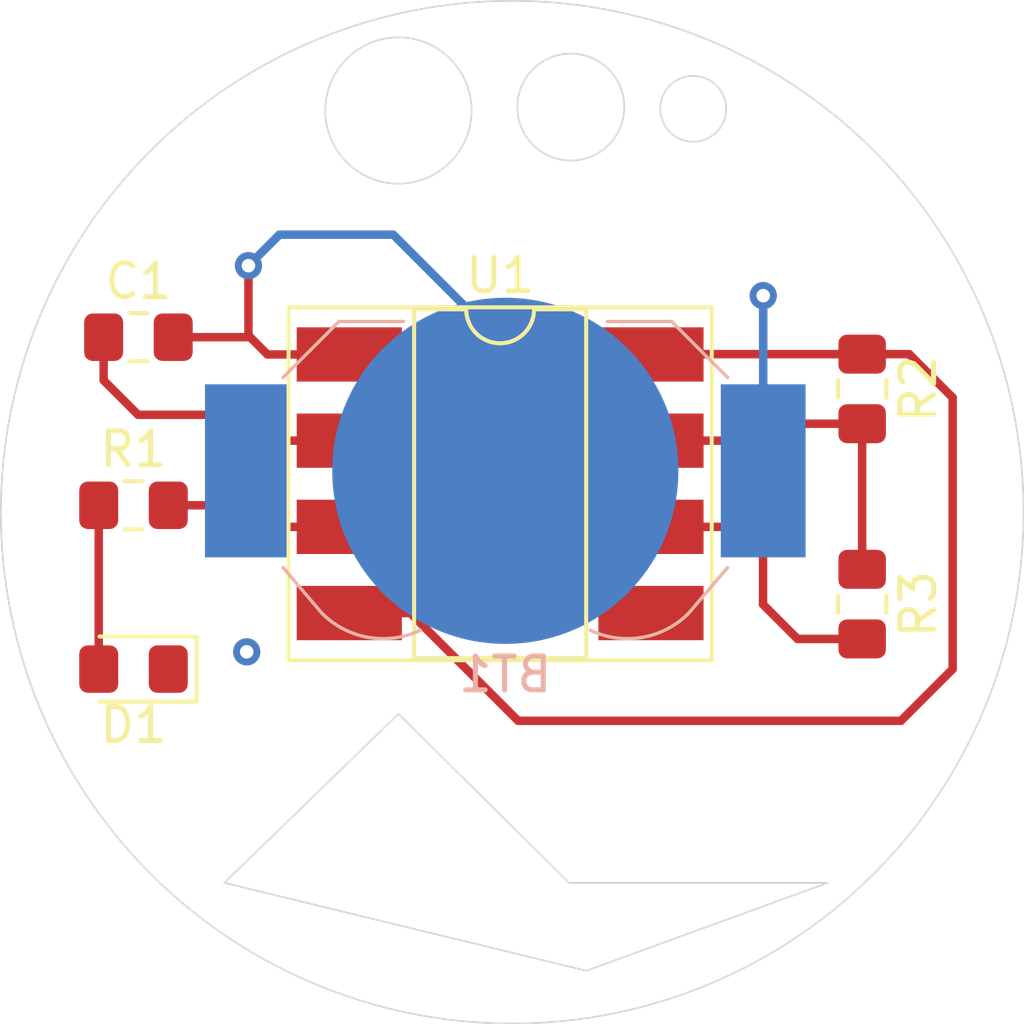
<source format=kicad_pcb>
(kicad_pcb (version 20171130) (host pcbnew "(5.1.2)-2")

  (general
    (thickness 1.6)
    (drawings 9)
    (tracks 49)
    (zones 0)
    (modules 7)
    (nets 8)
  )

  (page A4)
  (layers
    (0 F.Cu signal)
    (31 B.Cu signal)
    (32 B.Adhes user)
    (33 F.Adhes user)
    (34 B.Paste user)
    (35 F.Paste user)
    (36 B.SilkS user)
    (37 F.SilkS user)
    (38 B.Mask user)
    (39 F.Mask user)
    (40 Dwgs.User user)
    (41 Cmts.User user)
    (42 Eco1.User user)
    (43 Eco2.User user)
    (44 Edge.Cuts user)
    (45 Margin user)
    (46 B.CrtYd user)
    (47 F.CrtYd user)
    (48 B.Fab user)
    (49 F.Fab user)
  )

  (setup
    (last_trace_width 0.25)
    (trace_clearance 0.2)
    (zone_clearance 0.508)
    (zone_45_only no)
    (trace_min 0.2)
    (via_size 0.8)
    (via_drill 0.4)
    (via_min_size 0.4)
    (via_min_drill 0.3)
    (uvia_size 0.3)
    (uvia_drill 0.1)
    (uvias_allowed no)
    (uvia_min_size 0.2)
    (uvia_min_drill 0.1)
    (edge_width 0.05)
    (segment_width 0.2)
    (pcb_text_width 0.3)
    (pcb_text_size 1.5 1.5)
    (mod_edge_width 0.12)
    (mod_text_size 1 1)
    (mod_text_width 0.15)
    (pad_size 1.524 1.524)
    (pad_drill 0.762)
    (pad_to_mask_clearance 0.051)
    (solder_mask_min_width 0.25)
    (aux_axis_origin 0 0)
    (visible_elements FFFFFF7F)
    (pcbplotparams
      (layerselection 0x010fc_ffffffff)
      (usegerberextensions false)
      (usegerberattributes false)
      (usegerberadvancedattributes false)
      (creategerberjobfile false)
      (excludeedgelayer true)
      (linewidth 0.100000)
      (plotframeref false)
      (viasonmask false)
      (mode 1)
      (useauxorigin false)
      (hpglpennumber 1)
      (hpglpenspeed 20)
      (hpglpendiameter 15.000000)
      (psnegative false)
      (psa4output false)
      (plotreference true)
      (plotvalue true)
      (plotinvisibletext false)
      (padsonsilk false)
      (subtractmaskfromsilk false)
      (outputformat 1)
      (mirror false)
      (drillshape 1)
      (scaleselection 1)
      (outputdirectory ""))
  )

  (net 0 "")
  (net 1 GND)
  (net 2 "Net-(BT1-Pad1)")
  (net 3 "Net-(C1-Pad1)")
  (net 4 "Net-(D1-Pad2)")
  (net 5 "Net-(R1-Pad2)")
  (net 6 "Net-(R2-Pad2)")
  (net 7 "Net-(U1-Pad5)")

  (net_class Default "This is the default net class."
    (clearance 0.2)
    (trace_width 0.25)
    (via_dia 0.8)
    (via_drill 0.4)
    (uvia_dia 0.3)
    (uvia_drill 0.1)
    (add_net GND)
    (add_net "Net-(BT1-Pad1)")
    (add_net "Net-(C1-Pad1)")
    (add_net "Net-(D1-Pad2)")
    (add_net "Net-(R1-Pad2)")
    (add_net "Net-(R2-Pad2)")
    (add_net "Net-(U1-Pad5)")
  )

  (module Package_DIP:DIP-8_W8.89mm_SMDSocket_LongPads (layer F.Cu) (tedit 5A02E8C5) (tstamp 5D8CAEEF)
    (at 165.608 44.069)
    (descr "8-lead though-hole mounted DIP package, row spacing 8.89 mm (350 mils), SMDSocket, LongPads")
    (tags "THT DIP DIL PDIP 2.54mm 8.89mm 350mil SMDSocket LongPads")
    (path /5D8D6170)
    (attr smd)
    (fp_text reference U1 (at 0 -6.14) (layer F.SilkS)
      (effects (font (size 1 1) (thickness 0.15)))
    )
    (fp_text value LM555 (at 0 6.14) (layer F.Fab)
      (effects (font (size 1 1) (thickness 0.15)))
    )
    (fp_text user %R (at 0 0) (layer F.Fab)
      (effects (font (size 1 1) (thickness 0.15)))
    )
    (fp_line (start 6.25 -5.4) (end -6.25 -5.4) (layer F.CrtYd) (width 0.05))
    (fp_line (start 6.25 5.4) (end 6.25 -5.4) (layer F.CrtYd) (width 0.05))
    (fp_line (start -6.25 5.4) (end 6.25 5.4) (layer F.CrtYd) (width 0.05))
    (fp_line (start -6.25 -5.4) (end -6.25 5.4) (layer F.CrtYd) (width 0.05))
    (fp_line (start 6.235 -5.2) (end -6.235 -5.2) (layer F.SilkS) (width 0.12))
    (fp_line (start 6.235 5.2) (end 6.235 -5.2) (layer F.SilkS) (width 0.12))
    (fp_line (start -6.235 5.2) (end 6.235 5.2) (layer F.SilkS) (width 0.12))
    (fp_line (start -6.235 -5.2) (end -6.235 5.2) (layer F.SilkS) (width 0.12))
    (fp_line (start 2.535 -5.14) (end 1 -5.14) (layer F.SilkS) (width 0.12))
    (fp_line (start 2.535 5.14) (end 2.535 -5.14) (layer F.SilkS) (width 0.12))
    (fp_line (start -2.535 5.14) (end 2.535 5.14) (layer F.SilkS) (width 0.12))
    (fp_line (start -2.535 -5.14) (end -2.535 5.14) (layer F.SilkS) (width 0.12))
    (fp_line (start -1 -5.14) (end -2.535 -5.14) (layer F.SilkS) (width 0.12))
    (fp_line (start 5.08 -5.14) (end -5.08 -5.14) (layer F.Fab) (width 0.1))
    (fp_line (start 5.08 5.14) (end 5.08 -5.14) (layer F.Fab) (width 0.1))
    (fp_line (start -5.08 5.14) (end 5.08 5.14) (layer F.Fab) (width 0.1))
    (fp_line (start -5.08 -5.14) (end -5.08 5.14) (layer F.Fab) (width 0.1))
    (fp_line (start -3.175 -4.08) (end -2.175 -5.08) (layer F.Fab) (width 0.1))
    (fp_line (start -3.175 5.08) (end -3.175 -4.08) (layer F.Fab) (width 0.1))
    (fp_line (start 3.175 5.08) (end -3.175 5.08) (layer F.Fab) (width 0.1))
    (fp_line (start 3.175 -5.08) (end 3.175 5.08) (layer F.Fab) (width 0.1))
    (fp_line (start -2.175 -5.08) (end 3.175 -5.08) (layer F.Fab) (width 0.1))
    (fp_arc (start 0 -5.14) (end -1 -5.14) (angle -180) (layer F.SilkS) (width 0.12))
    (pad 8 smd rect (at 4.445 -3.81) (size 3.1 1.6) (layers F.Cu F.Paste F.Mask)
      (net 2 "Net-(BT1-Pad1)"))
    (pad 4 smd rect (at -4.445 3.81) (size 3.1 1.6) (layers F.Cu F.Paste F.Mask)
      (net 2 "Net-(BT1-Pad1)"))
    (pad 7 smd rect (at 4.445 -1.27) (size 3.1 1.6) (layers F.Cu F.Paste F.Mask)
      (net 6 "Net-(R2-Pad2)"))
    (pad 3 smd rect (at -4.445 1.27) (size 3.1 1.6) (layers F.Cu F.Paste F.Mask)
      (net 5 "Net-(R1-Pad2)"))
    (pad 6 smd rect (at 4.445 1.27) (size 3.1 1.6) (layers F.Cu F.Paste F.Mask)
      (net 3 "Net-(C1-Pad1)"))
    (pad 2 smd rect (at -4.445 -1.27) (size 3.1 1.6) (layers F.Cu F.Paste F.Mask)
      (net 3 "Net-(C1-Pad1)"))
    (pad 5 smd rect (at 4.445 3.81) (size 3.1 1.6) (layers F.Cu F.Paste F.Mask)
      (net 7 "Net-(U1-Pad5)"))
    (pad 1 smd rect (at -4.445 -3.81) (size 3.1 1.6) (layers F.Cu F.Paste F.Mask)
      (net 1 GND))
    (model ${KISYS3DMOD}/Package_DIP.3dshapes/DIP-8_W8.89mm_SMDSocket.wrl
      (at (xyz 0 0 0))
      (scale (xyz 1 1 1))
      (rotate (xyz 0 0 0))
    )
  )

  (module Resistor_SMD:R_0805_2012Metric_Pad1.15x1.40mm_HandSolder (layer F.Cu) (tedit 5B36C52B) (tstamp 5D8CAECB)
    (at 176.276 47.616 270)
    (descr "Resistor SMD 0805 (2012 Metric), square (rectangular) end terminal, IPC_7351 nominal with elongated pad for handsoldering. (Body size source: https://docs.google.com/spreadsheets/d/1BsfQQcO9C6DZCsRaXUlFlo91Tg2WpOkGARC1WS5S8t0/edit?usp=sharing), generated with kicad-footprint-generator")
    (tags "resistor handsolder")
    (path /5D8D6333)
    (attr smd)
    (fp_text reference R3 (at 0 -1.65 90) (layer F.SilkS)
      (effects (font (size 1 1) (thickness 0.15)))
    )
    (fp_text value R (at 0 1.65 90) (layer F.Fab)
      (effects (font (size 1 1) (thickness 0.15)))
    )
    (fp_text user %R (at 0 0 90) (layer F.Fab)
      (effects (font (size 0.5 0.5) (thickness 0.08)))
    )
    (fp_line (start 1.85 0.95) (end -1.85 0.95) (layer F.CrtYd) (width 0.05))
    (fp_line (start 1.85 -0.95) (end 1.85 0.95) (layer F.CrtYd) (width 0.05))
    (fp_line (start -1.85 -0.95) (end 1.85 -0.95) (layer F.CrtYd) (width 0.05))
    (fp_line (start -1.85 0.95) (end -1.85 -0.95) (layer F.CrtYd) (width 0.05))
    (fp_line (start -0.261252 0.71) (end 0.261252 0.71) (layer F.SilkS) (width 0.12))
    (fp_line (start -0.261252 -0.71) (end 0.261252 -0.71) (layer F.SilkS) (width 0.12))
    (fp_line (start 1 0.6) (end -1 0.6) (layer F.Fab) (width 0.1))
    (fp_line (start 1 -0.6) (end 1 0.6) (layer F.Fab) (width 0.1))
    (fp_line (start -1 -0.6) (end 1 -0.6) (layer F.Fab) (width 0.1))
    (fp_line (start -1 0.6) (end -1 -0.6) (layer F.Fab) (width 0.1))
    (pad 2 smd roundrect (at 1.025 0 270) (size 1.15 1.4) (layers F.Cu F.Paste F.Mask) (roundrect_rratio 0.217391)
      (net 3 "Net-(C1-Pad1)"))
    (pad 1 smd roundrect (at -1.025 0 270) (size 1.15 1.4) (layers F.Cu F.Paste F.Mask) (roundrect_rratio 0.217391)
      (net 6 "Net-(R2-Pad2)"))
    (model ${KISYS3DMOD}/Resistor_SMD.3dshapes/R_0805_2012Metric.wrl
      (at (xyz 0 0 0))
      (scale (xyz 1 1 1))
      (rotate (xyz 0 0 0))
    )
  )

  (module Resistor_SMD:R_0805_2012Metric_Pad1.15x1.40mm_HandSolder (layer F.Cu) (tedit 5B36C52B) (tstamp 5D8CAEBA)
    (at 176.276 41.275 270)
    (descr "Resistor SMD 0805 (2012 Metric), square (rectangular) end terminal, IPC_7351 nominal with elongated pad for handsoldering. (Body size source: https://docs.google.com/spreadsheets/d/1BsfQQcO9C6DZCsRaXUlFlo91Tg2WpOkGARC1WS5S8t0/edit?usp=sharing), generated with kicad-footprint-generator")
    (tags "resistor handsolder")
    (path /5D8D65EB)
    (attr smd)
    (fp_text reference R2 (at 0 -1.65 90) (layer F.SilkS)
      (effects (font (size 1 1) (thickness 0.15)))
    )
    (fp_text value R (at 0 1.65 90) (layer F.Fab)
      (effects (font (size 1 1) (thickness 0.15)))
    )
    (fp_text user %R (at 0 0 90) (layer F.Fab)
      (effects (font (size 0.5 0.5) (thickness 0.08)))
    )
    (fp_line (start 1.85 0.95) (end -1.85 0.95) (layer F.CrtYd) (width 0.05))
    (fp_line (start 1.85 -0.95) (end 1.85 0.95) (layer F.CrtYd) (width 0.05))
    (fp_line (start -1.85 -0.95) (end 1.85 -0.95) (layer F.CrtYd) (width 0.05))
    (fp_line (start -1.85 0.95) (end -1.85 -0.95) (layer F.CrtYd) (width 0.05))
    (fp_line (start -0.261252 0.71) (end 0.261252 0.71) (layer F.SilkS) (width 0.12))
    (fp_line (start -0.261252 -0.71) (end 0.261252 -0.71) (layer F.SilkS) (width 0.12))
    (fp_line (start 1 0.6) (end -1 0.6) (layer F.Fab) (width 0.1))
    (fp_line (start 1 -0.6) (end 1 0.6) (layer F.Fab) (width 0.1))
    (fp_line (start -1 -0.6) (end 1 -0.6) (layer F.Fab) (width 0.1))
    (fp_line (start -1 0.6) (end -1 -0.6) (layer F.Fab) (width 0.1))
    (pad 2 smd roundrect (at 1.025 0 270) (size 1.15 1.4) (layers F.Cu F.Paste F.Mask) (roundrect_rratio 0.217391)
      (net 6 "Net-(R2-Pad2)"))
    (pad 1 smd roundrect (at -1.025 0 270) (size 1.15 1.4) (layers F.Cu F.Paste F.Mask) (roundrect_rratio 0.217391)
      (net 2 "Net-(BT1-Pad1)"))
    (model ${KISYS3DMOD}/Resistor_SMD.3dshapes/R_0805_2012Metric.wrl
      (at (xyz 0 0 0))
      (scale (xyz 1 1 1))
      (rotate (xyz 0 0 0))
    )
  )

  (module Resistor_SMD:R_0805_2012Metric_Pad1.15x1.40mm_HandSolder (layer F.Cu) (tedit 5B36C52B) (tstamp 5D8CAEA9)
    (at 154.804 44.704)
    (descr "Resistor SMD 0805 (2012 Metric), square (rectangular) end terminal, IPC_7351 nominal with elongated pad for handsoldering. (Body size source: https://docs.google.com/spreadsheets/d/1BsfQQcO9C6DZCsRaXUlFlo91Tg2WpOkGARC1WS5S8t0/edit?usp=sharing), generated with kicad-footprint-generator")
    (tags "resistor handsolder")
    (path /5D8D671F)
    (attr smd)
    (fp_text reference R1 (at 0 -1.65) (layer F.SilkS)
      (effects (font (size 1 1) (thickness 0.15)))
    )
    (fp_text value R (at 0 1.65) (layer F.Fab)
      (effects (font (size 1 1) (thickness 0.15)))
    )
    (fp_text user %R (at -1.5404 -1.3208) (layer F.Fab)
      (effects (font (size 0.5 0.5) (thickness 0.08)))
    )
    (fp_line (start 1.85 0.95) (end -1.85 0.95) (layer F.CrtYd) (width 0.05))
    (fp_line (start 1.85 -0.95) (end 1.85 0.95) (layer F.CrtYd) (width 0.05))
    (fp_line (start -1.85 -0.95) (end 1.85 -0.95) (layer F.CrtYd) (width 0.05))
    (fp_line (start -1.85 0.95) (end -1.85 -0.95) (layer F.CrtYd) (width 0.05))
    (fp_line (start -0.261252 0.71) (end 0.261252 0.71) (layer F.SilkS) (width 0.12))
    (fp_line (start -0.261252 -0.71) (end 0.261252 -0.71) (layer F.SilkS) (width 0.12))
    (fp_line (start 1 0.6) (end -1 0.6) (layer F.Fab) (width 0.1))
    (fp_line (start 1 -0.6) (end 1 0.6) (layer F.Fab) (width 0.1))
    (fp_line (start -1 -0.6) (end 1 -0.6) (layer F.Fab) (width 0.1))
    (fp_line (start -1 0.6) (end -1 -0.6) (layer F.Fab) (width 0.1))
    (pad 2 smd roundrect (at 1.025 0) (size 1.15 1.4) (layers F.Cu F.Paste F.Mask) (roundrect_rratio 0.217391)
      (net 5 "Net-(R1-Pad2)"))
    (pad 1 smd roundrect (at -1.025 0) (size 1.15 1.4) (layers F.Cu F.Paste F.Mask) (roundrect_rratio 0.217391)
      (net 4 "Net-(D1-Pad2)"))
    (model ${KISYS3DMOD}/Resistor_SMD.3dshapes/R_0805_2012Metric.wrl
      (at (xyz 0 0 0))
      (scale (xyz 1 1 1))
      (rotate (xyz 0 0 0))
    )
  )

  (module LED_SMD:LED_0805_2012Metric_Pad1.15x1.40mm_HandSolder (layer F.Cu) (tedit 5B4B45C9) (tstamp 5D8CB8E1)
    (at 154.804 49.53 180)
    (descr "LED SMD 0805 (2012 Metric), square (rectangular) end terminal, IPC_7351 nominal, (Body size source: https://docs.google.com/spreadsheets/d/1BsfQQcO9C6DZCsRaXUlFlo91Tg2WpOkGARC1WS5S8t0/edit?usp=sharing), generated with kicad-footprint-generator")
    (tags "LED handsolder")
    (path /5D8D71FD)
    (attr smd)
    (fp_text reference D1 (at 0 -1.65) (layer F.SilkS)
      (effects (font (size 1 1) (thickness 0.15)))
    )
    (fp_text value LED (at 0 1.65) (layer F.Fab)
      (effects (font (size 1 1) (thickness 0.15)))
    )
    (fp_text user %R (at 0 0) (layer F.Fab)
      (effects (font (size 0.5 0.5) (thickness 0.08)))
    )
    (fp_line (start 1.85 0.95) (end -1.85 0.95) (layer F.CrtYd) (width 0.05))
    (fp_line (start 1.85 -0.95) (end 1.85 0.95) (layer F.CrtYd) (width 0.05))
    (fp_line (start -1.85 -0.95) (end 1.85 -0.95) (layer F.CrtYd) (width 0.05))
    (fp_line (start -1.85 0.95) (end -1.85 -0.95) (layer F.CrtYd) (width 0.05))
    (fp_line (start -1.86 0.96) (end 1 0.96) (layer F.SilkS) (width 0.12))
    (fp_line (start -1.86 -0.96) (end -1.86 0.96) (layer F.SilkS) (width 0.12))
    (fp_line (start 1 -0.96) (end -1.86 -0.96) (layer F.SilkS) (width 0.12))
    (fp_line (start 1 0.6) (end 1 -0.6) (layer F.Fab) (width 0.1))
    (fp_line (start -1 0.6) (end 1 0.6) (layer F.Fab) (width 0.1))
    (fp_line (start -1 -0.3) (end -1 0.6) (layer F.Fab) (width 0.1))
    (fp_line (start -0.7 -0.6) (end -1 -0.3) (layer F.Fab) (width 0.1))
    (fp_line (start 1 -0.6) (end -0.7 -0.6) (layer F.Fab) (width 0.1))
    (pad 2 smd roundrect (at 1.025 0 180) (size 1.15 1.4) (layers F.Cu F.Paste F.Mask) (roundrect_rratio 0.217391)
      (net 4 "Net-(D1-Pad2)"))
    (pad 1 smd roundrect (at -1.025 0 180) (size 1.15 1.4) (layers F.Cu F.Paste F.Mask) (roundrect_rratio 0.217391)
      (net 1 GND))
    (model ${KISYS3DMOD}/LED_SMD.3dshapes/LED_0805_2012Metric.wrl
      (at (xyz 0 0 0))
      (scale (xyz 1 1 1))
      (rotate (xyz 0 0 0))
    )
  )

  (module Capacitor_SMD:C_0805_2012Metric_Pad1.15x1.40mm_HandSolder (layer F.Cu) (tedit 5B36C52B) (tstamp 5D8CAE85)
    (at 154.949 39.751)
    (descr "Capacitor SMD 0805 (2012 Metric), square (rectangular) end terminal, IPC_7351 nominal with elongated pad for handsoldering. (Body size source: https://docs.google.com/spreadsheets/d/1BsfQQcO9C6DZCsRaXUlFlo91Tg2WpOkGARC1WS5S8t0/edit?usp=sharing), generated with kicad-footprint-generator")
    (tags "capacitor handsolder")
    (path /5D8D6AB0)
    (attr smd)
    (fp_text reference C1 (at 0 -1.65) (layer F.SilkS)
      (effects (font (size 1 1) (thickness 0.15)))
    )
    (fp_text value C (at 0 1.65) (layer F.Fab)
      (effects (font (size 1 1) (thickness 0.15)))
    )
    (fp_text user %R (at 0 0) (layer F.Fab)
      (effects (font (size 0.5 0.5) (thickness 0.08)))
    )
    (fp_line (start 1.85 0.95) (end -1.85 0.95) (layer F.CrtYd) (width 0.05))
    (fp_line (start 1.85 -0.95) (end 1.85 0.95) (layer F.CrtYd) (width 0.05))
    (fp_line (start -1.85 -0.95) (end 1.85 -0.95) (layer F.CrtYd) (width 0.05))
    (fp_line (start -1.85 0.95) (end -1.85 -0.95) (layer F.CrtYd) (width 0.05))
    (fp_line (start -0.261252 0.71) (end 0.261252 0.71) (layer F.SilkS) (width 0.12))
    (fp_line (start -0.261252 -0.71) (end 0.261252 -0.71) (layer F.SilkS) (width 0.12))
    (fp_line (start 1 0.6) (end -1 0.6) (layer F.Fab) (width 0.1))
    (fp_line (start 1 -0.6) (end 1 0.6) (layer F.Fab) (width 0.1))
    (fp_line (start -1 -0.6) (end 1 -0.6) (layer F.Fab) (width 0.1))
    (fp_line (start -1 0.6) (end -1 -0.6) (layer F.Fab) (width 0.1))
    (pad 2 smd roundrect (at 1.025 0) (size 1.15 1.4) (layers F.Cu F.Paste F.Mask) (roundrect_rratio 0.217391)
      (net 1 GND))
    (pad 1 smd roundrect (at -1.025 0) (size 1.15 1.4) (layers F.Cu F.Paste F.Mask) (roundrect_rratio 0.217391)
      (net 3 "Net-(C1-Pad1)"))
    (model ${KISYS3DMOD}/Capacitor_SMD.3dshapes/C_0805_2012Metric.wrl
      (at (xyz 0 0 0))
      (scale (xyz 1 1 1))
      (rotate (xyz 0 0 0))
    )
  )

  (module Battery:BatteryHolder_LINX_BAT-HLD-012-SMT (layer B.Cu) (tedit 5B256044) (tstamp 5D8CB635)
    (at 165.7604 43.688 180)
    (descr "SMT battery holder for CR1216/1220/1225, https://linxtechnologies.com/wp/wp-content/uploads/bat-hld-012-smt.pdf")
    (tags "battery holder coin cell cr1216 cr1220 cr1225")
    (path /5D8D7CF9)
    (attr smd)
    (fp_text reference BT1 (at 0 -6) (layer B.SilkS)
      (effects (font (size 1 1) (thickness 0.15)) (justify mirror))
    )
    (fp_text value Battery_Cell (at 0 7) (layer B.Fab)
      (effects (font (size 1 1) (thickness 0.15)) (justify mirror))
    )
    (fp_arc (start -3.6 -2.4) (end -5.4 -4.2) (angle 70.5) (layer B.SilkS) (width 0.1))
    (fp_arc (start -3.6 -2.4) (end -1.8 -4.2) (angle -90) (layer B.Fab) (width 0.1))
    (fp_arc (start 3.6 -2.4) (end 5.4 -4.2) (angle -90) (layer B.Fab) (width 0.1))
    (fp_text user %R (at 0 0) (layer B.Fab)
      (effects (font (size 1 1) (thickness 0.15)) (justify mirror))
    )
    (fp_line (start -7.65 2.55) (end -7.65 0.55) (layer B.Fab) (width 0.1))
    (fp_line (start -7.65 2.55) (end -6.75 2.55) (layer B.Fab) (width 0.1))
    (fp_line (start -7.65 0.55) (end -6.75 0.55) (layer B.Fab) (width 0.1))
    (fp_line (start -6.75 -0.55) (end -7.65 -0.55) (layer B.Fab) (width 0.1))
    (fp_line (start -7.65 -0.55) (end -7.65 -2.55) (layer B.Fab) (width 0.1))
    (fp_line (start -7.65 -2.55) (end -6.75 -2.55) (layer B.Fab) (width 0.1))
    (fp_line (start 6.75 -2.55) (end 7.65 -2.55) (layer B.Fab) (width 0.1))
    (fp_line (start 7.65 -2.55) (end 7.65 -0.55) (layer B.Fab) (width 0.1))
    (fp_line (start 7.65 -0.55) (end 6.75 -0.55) (layer B.Fab) (width 0.1))
    (fp_line (start 6.75 0.55) (end 7.65 0.55) (layer B.Fab) (width 0.1))
    (fp_line (start 7.65 0.55) (end 7.65 2.55) (layer B.Fab) (width 0.1))
    (fp_line (start 7.65 2.55) (end 6.75 2.55) (layer B.Fab) (width 0.1))
    (fp_line (start -6.75 -2.85) (end -6.75 2.75) (layer B.Fab) (width 0.1))
    (fp_line (start 6.75 -2.85) (end 6.75 2.75) (layer B.Fab) (width 0.1))
    (fp_line (start 4.9 4.4) (end -4.9 4.4) (layer B.Fab) (width 0.1))
    (fp_line (start -6.7 2.9) (end -5.05 4.55) (layer B.Fab) (width 0.1))
    (fp_line (start 6.7 2.9) (end 5.05 4.55) (layer B.Fab) (width 0.1))
    (fp_line (start 6.55 -2.85) (end 6.55 2.75) (layer B.Fab) (width 0.1))
    (fp_line (start 6.55 2.75) (end 4.9 4.4) (layer B.Fab) (width 0.1))
    (fp_line (start -6.55 -2.85) (end -6.55 2.75) (layer B.Fab) (width 0.1))
    (fp_line (start -6.55 2.75) (end -4.9 4.4) (layer B.Fab) (width 0.1))
    (fp_line (start -6.55 -2.85) (end -5.4 -4.2) (layer B.Fab) (width 0.1))
    (fp_line (start 6.55 -2.85) (end 5.4 -4.2) (layer B.Fab) (width 0.1))
    (fp_arc (start 3.6 -2.4) (end 5.4 -4.2) (angle -70.55996517) (layer B.SilkS) (width 0.1))
    (fp_arc (start 0 -6) (end -1.8 -4.2) (angle -90) (layer B.Fab) (width 0.1))
    (fp_circle (center 0 0) (end -6.25 0) (layer B.Fab) (width 0.1))
    (fp_line (start -9.35 -3.05) (end -9.35 3.05) (layer B.CrtYd) (width 0.05))
    (fp_line (start -9.35 3.05) (end -7.25 3.05) (layer B.CrtYd) (width 0.05))
    (fp_line (start -9.35 -3.05) (end -7.25 -3.05) (layer B.CrtYd) (width 0.05))
    (fp_line (start -7.25 3.05) (end -3.55 6.75) (layer B.CrtYd) (width 0.05))
    (fp_line (start -3.55 6.75) (end 3.55 6.75) (layer B.CrtYd) (width 0.05))
    (fp_line (start 3.55 6.75) (end 7.25 3.05) (layer B.CrtYd) (width 0.05))
    (fp_line (start 7.25 3.05) (end 9.35 3.05) (layer B.CrtYd) (width 0.05))
    (fp_line (start 9.35 3.05) (end 9.35 -3.05) (layer B.CrtYd) (width 0.05))
    (fp_line (start 9.35 -3.05) (end 7.25 -3.05) (layer B.CrtYd) (width 0.05))
    (fp_line (start -3.55 -6.75) (end 3.55 -6.75) (layer B.CrtYd) (width 0.05))
    (fp_line (start 3.55 -6.75) (end 7.25 -3.05) (layer B.CrtYd) (width 0.05))
    (fp_line (start -3.55 -6.75) (end -7.25 -3.05) (layer B.CrtYd) (width 0.05))
    (fp_line (start -6.75 -2.85) (end -6.55 -2.85) (layer B.Fab) (width 0.1))
    (fp_line (start 6.75 -2.85) (end 6.55 -2.85) (layer B.Fab) (width 0.1))
    (fp_line (start -6.75 2.75) (end -6.55 2.75) (layer B.Fab) (width 0.1))
    (fp_line (start -6.55 2.75) (end -6.7 2.9) (layer B.Fab) (width 0.1))
    (fp_line (start -5.05 4.55) (end -4.9 4.4) (layer B.Fab) (width 0.1))
    (fp_line (start 5.05 4.55) (end 4.9 4.4) (layer B.Fab) (width 0.1))
    (fp_line (start 6.55 2.75) (end 6.7 2.9) (layer B.Fab) (width 0.1))
    (fp_line (start 6.55 2.75) (end 6.75 2.75) (layer B.Fab) (width 0.1))
    (fp_line (start -6.55 2.75) (end -4.9 4.4) (layer B.SilkS) (width 0.1))
    (fp_line (start 4.9 4.4) (end 6.55 2.75) (layer B.SilkS) (width 0.1))
    (fp_line (start 4.9 4.4) (end 3 4.4) (layer B.SilkS) (width 0.1))
    (fp_line (start -4.9 4.4) (end -3 4.4) (layer B.SilkS) (width 0.1))
    (fp_line (start -6.55 -2.85) (end -5.4 -4.2) (layer B.SilkS) (width 0.1))
    (fp_line (start 6.55 -2.85) (end 5.4 -4.2) (layer B.SilkS) (width 0.1))
    (pad 2 smd circle (at 0 0 180) (size 10.2 10.2) (layers B.Cu B.Paste B.Mask)
      (net 1 GND))
    (pad 1 smd rect (at 7.6 0 180) (size 2.5 5.1) (layers B.Cu B.Paste B.Mask)
      (net 2 "Net-(BT1-Pad1)"))
    (pad 1 smd rect (at -7.6 0 180) (size 2.5 5.1) (layers B.Cu B.Paste B.Mask)
      (net 2 "Net-(BT1-Pad1)"))
    (model ${KISYS3DMOD}/Battery.3dshapes/BatteryHolder_LINX_BAT-HLD-012-SMT.wrl
      (at (xyz 0 0 0))
      (scale (xyz 1 1 1))
      (rotate (xyz 0 0 0))
    )
  )

  (gr_circle (center 171.2976 33.02) (end 172.2628 32.9184) (layer Edge.Cuts) (width 0.05))
  (gr_circle (center 167.6908 32.9692) (end 169.2656 33.02) (layer Edge.Cuts) (width 0.05))
  (gr_circle (center 162.6108 33.0708) (end 164.7444 32.766) (layer Edge.Cuts) (width 0.05))
  (gr_line (start 168.148 58.42) (end 157.48 55.8292) (layer Edge.Cuts) (width 0.05) (tstamp 5D8CC198))
  (gr_line (start 175.26 55.8292) (end 168.148 58.42) (layer Edge.Cuts) (width 0.05))
  (gr_line (start 167.64 55.8292) (end 175.26 55.8292) (layer Edge.Cuts) (width 0.05))
  (gr_line (start 162.6108 50.8508) (end 167.64 55.8292) (layer Edge.Cuts) (width 0.05))
  (gr_line (start 157.48 55.8292) (end 162.6108 50.8508) (layer Edge.Cuts) (width 0.05))
  (gr_circle (center 165.9636 44.9072) (end 152.2984 38.5572) (layer Edge.Cuts) (width 0.05))

  (via (at 158.1404 49.022) (size 0.8) (drill 0.4) (layers F.Cu B.Cu) (net 0))
  (segment (start 161.163 40.259) (end 158.75 40.259) (width 0.25) (layer F.Cu) (net 1))
  (segment (start 158.242 39.751) (end 155.974 39.751) (width 0.25) (layer F.Cu) (net 1))
  (segment (start 158.75 40.259) (end 158.242 39.751) (width 0.25) (layer F.Cu) (net 1))
  (segment (start 165.7604 43.688) (end 165.7604 40.0304) (width 0.25) (layer B.Cu) (net 1))
  (segment (start 165.7604 40.0304) (end 162.4584 36.7284) (width 0.25) (layer B.Cu) (net 1))
  (segment (start 162.4584 36.7284) (end 159.1056 36.7284) (width 0.25) (layer B.Cu) (net 1))
  (segment (start 159.1056 36.7284) (end 158.1912 37.6428) (width 0.25) (layer B.Cu) (net 1))
  (segment (start 158.1912 37.6428) (end 158.1912 37.6428) (width 0.25) (layer B.Cu) (net 1) (tstamp 5D8CC0A4))
  (via (at 158.1912 37.6428) (size 0.8) (drill 0.4) (layers F.Cu B.Cu) (net 1))
  (segment (start 158.1912 39.7002) (end 158.1912 37.6428) (width 0.25) (layer F.Cu) (net 1))
  (segment (start 158.242 39.751) (end 158.1912 39.7002) (width 0.25) (layer F.Cu) (net 1))
  (segment (start 170.062 40.25) (end 170.053 40.259) (width 0.25) (layer F.Cu) (net 2))
  (segment (start 177.664 40.25) (end 176.276 40.25) (width 0.25) (layer F.Cu) (net 2))
  (segment (start 162.963 47.879) (end 166.138 51.054) (width 0.25) (layer F.Cu) (net 2))
  (segment (start 166.138 51.054) (end 177.419 51.054) (width 0.25) (layer F.Cu) (net 2))
  (segment (start 161.163 47.879) (end 162.963 47.879) (width 0.25) (layer F.Cu) (net 2))
  (segment (start 177.419 51.054) (end 178.943 49.53) (width 0.25) (layer F.Cu) (net 2))
  (segment (start 178.943 49.53) (end 178.943 41.529) (width 0.25) (layer F.Cu) (net 2))
  (segment (start 178.943 41.529) (end 177.664 40.25) (width 0.25) (layer F.Cu) (net 2))
  (segment (start 173.3604 43.688) (end 173.3604 38.5264) (width 0.25) (layer B.Cu) (net 2))
  (segment (start 173.3604 38.5264) (end 173.3604 38.5264) (width 0.25) (layer B.Cu) (net 2) (tstamp 5D8CC0C4))
  (via (at 173.3604 38.5264) (size 0.8) (drill 0.4) (layers F.Cu B.Cu) (net 2))
  (segment (start 173.3604 40.2464) (end 173.364 40.25) (width 0.25) (layer F.Cu) (net 2))
  (segment (start 173.3604 38.5264) (end 173.3604 40.2464) (width 0.25) (layer F.Cu) (net 2))
  (segment (start 176.276 40.25) (end 173.364 40.25) (width 0.25) (layer F.Cu) (net 2))
  (segment (start 173.364 40.25) (end 170.062 40.25) (width 0.25) (layer F.Cu) (net 2))
  (segment (start 170.053 45.339) (end 172.593 45.339) (width 0.25) (layer F.Cu) (net 3))
  (segment (start 172.593 45.339) (end 173.355 46.101) (width 0.25) (layer F.Cu) (net 3))
  (segment (start 173.355 46.101) (end 173.355 47.625) (width 0.25) (layer F.Cu) (net 3))
  (segment (start 174.371 48.641) (end 176.276 48.641) (width 0.25) (layer F.Cu) (net 3))
  (segment (start 173.355 47.625) (end 174.371 48.641) (width 0.25) (layer F.Cu) (net 3))
  (segment (start 170.053 45.339) (end 168.253 45.339) (width 0.25) (layer F.Cu) (net 3))
  (segment (start 165.713 42.799) (end 161.163 42.799) (width 0.25) (layer F.Cu) (net 3))
  (segment (start 168.253 45.339) (end 165.713 42.799) (width 0.25) (layer F.Cu) (net 3))
  (segment (start 159.363 42.799) (end 158.601 42.037) (width 0.25) (layer F.Cu) (net 3))
  (segment (start 161.163 42.799) (end 159.363 42.799) (width 0.25) (layer F.Cu) (net 3))
  (segment (start 158.601 42.037) (end 154.94 42.037) (width 0.25) (layer F.Cu) (net 3))
  (segment (start 153.924 41.021) (end 153.924 39.751) (width 0.25) (layer F.Cu) (net 3))
  (segment (start 154.94 42.037) (end 153.924 41.021) (width 0.25) (layer F.Cu) (net 3))
  (segment (start 153.779 49.53) (end 153.779 44.704) (width 0.25) (layer F.Cu) (net 4))
  (segment (start 161.163 45.339) (end 158.75 45.339) (width 0.25) (layer F.Cu) (net 5))
  (segment (start 158.115 44.704) (end 155.829 44.704) (width 0.25) (layer F.Cu) (net 5))
  (segment (start 158.75 45.339) (end 158.115 44.704) (width 0.25) (layer F.Cu) (net 5))
  (segment (start 170.053 42.799) (end 173.736 42.799) (width 0.25) (layer F.Cu) (net 6))
  (segment (start 174.235 42.3) (end 176.276 42.3) (width 0.25) (layer F.Cu) (net 6))
  (segment (start 173.736 42.799) (end 174.235 42.3) (width 0.25) (layer F.Cu) (net 6))
  (segment (start 176.276 42.975) (end 176.276 46.591) (width 0.25) (layer F.Cu) (net 6))
  (segment (start 176.276 42.3) (end 176.276 42.975) (width 0.25) (layer F.Cu) (net 6))

)

</source>
